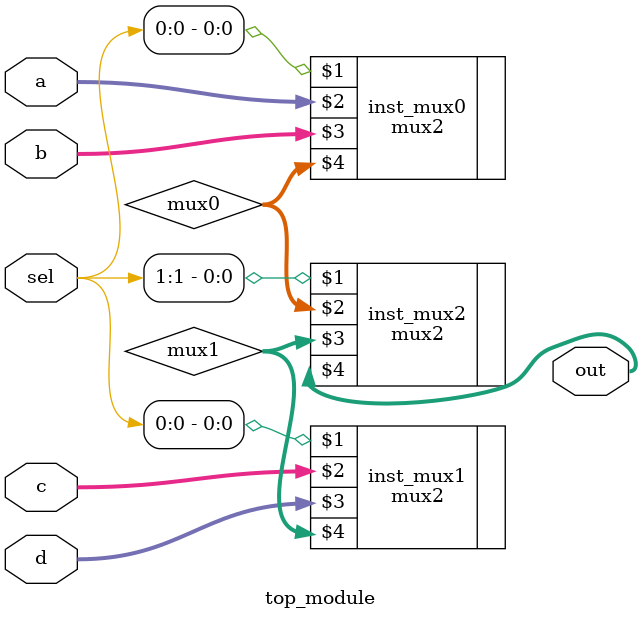
<source format=v>
module top_module (
    input [1:0] sel,
    input [7:0] a,
    input [7:0] b,
    input [7:0] c,
    input [7:0] d,
    output [7:0] out  ); //

    wire [7:0] mux0, mux1;
    mux2 inst_mux0 ( sel[0],    a,    b, mux0 );
    mux2 inst_mux1 ( sel[0],    c,    d, mux1 );
    mux2 inst_mux2 ( sel[1], mux0, mux1,  out );

endmodule

// module mux2 (
//     input sel,
//     input [7:0] a,
//     input [7:0] b,
//     output [7:0] out
// );
</source>
